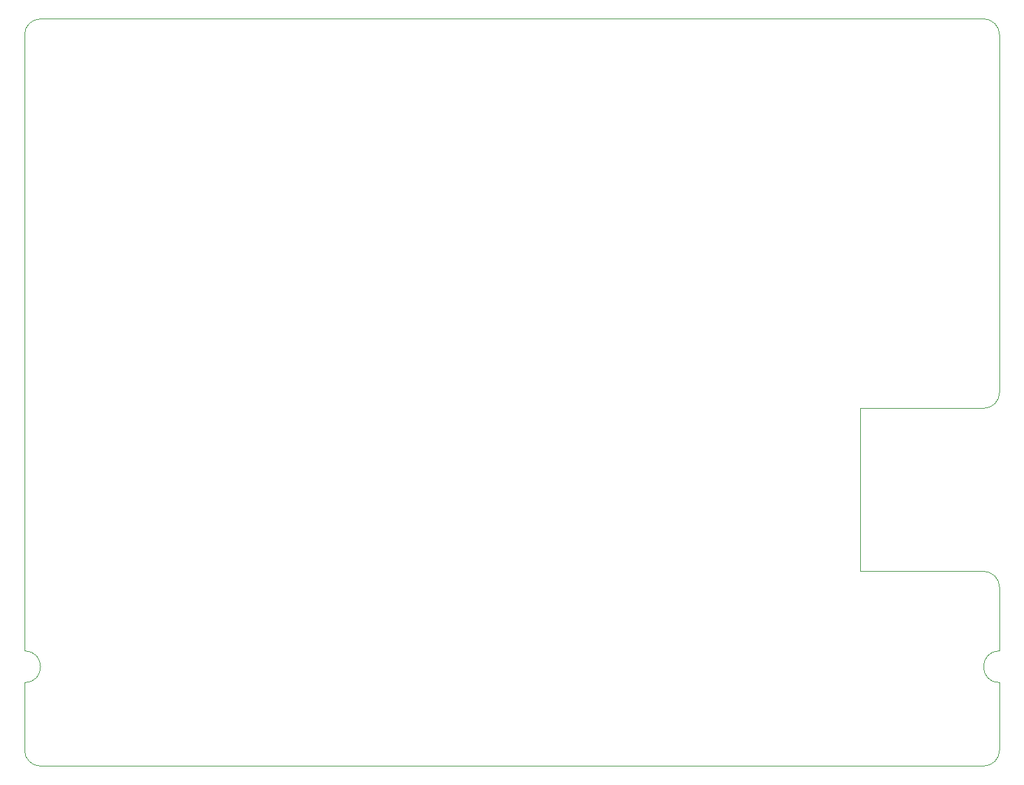
<source format=gbr>
G04 #@! TF.GenerationSoftware,KiCad,Pcbnew,(5.1.4)-1*
G04 #@! TF.CreationDate,2020-11-27T16:32:12-06:00*
G04 #@! TF.ProjectId,gimble_board,67696d62-6c65-45f6-926f-6172642e6b69,rev?*
G04 #@! TF.SameCoordinates,Original*
G04 #@! TF.FileFunction,Profile,NP*
%FSLAX46Y46*%
G04 Gerber Fmt 4.6, Leading zero omitted, Abs format (unit mm)*
G04 Created by KiCad (PCBNEW (5.1.4)-1) date 2020-11-27 16:32:12*
%MOMM*%
%LPD*%
G04 APERTURE LIST*
%ADD10C,0.050000*%
G04 APERTURE END LIST*
D10*
X170180000Y-98298000D02*
G75*
G02X168148000Y-100330000I-2032000J0D01*
G01*
X168148000Y-50546000D02*
X47752000Y-50546000D01*
X170180000Y-98298000D02*
X170180000Y-52578000D01*
X45720000Y-52578000D02*
X45720000Y-131318000D01*
X168148000Y-50546000D02*
G75*
G02X170180000Y-52578000I0J-2032000D01*
G01*
X45720000Y-52578000D02*
G75*
G02X47752000Y-50546000I2032000J0D01*
G01*
X45720000Y-131318000D02*
G75*
G02X45720000Y-135382000I0J-2032000D01*
G01*
X47752000Y-146050000D02*
G75*
G02X45720000Y-144018000I0J2032000D01*
G01*
X170180000Y-144018000D02*
G75*
G02X168148000Y-146050000I-2032000J0D01*
G01*
X170180000Y-135382000D02*
G75*
G02X170180000Y-131318000I0J2032000D01*
G01*
X168148000Y-121158000D02*
G75*
G02X170180000Y-123190000I0J-2032000D01*
G01*
X152400000Y-100330000D02*
X168148000Y-100330000D01*
X152400000Y-121158000D02*
X152400000Y-100330000D01*
X168148000Y-121158000D02*
X152400000Y-121158000D01*
X170180000Y-131318000D02*
X170180000Y-123190000D01*
X170180000Y-144018000D02*
X170180000Y-135382000D01*
X47752000Y-146050000D02*
X168148000Y-146050000D01*
X45720000Y-135382000D02*
X45720000Y-144018000D01*
M02*

</source>
